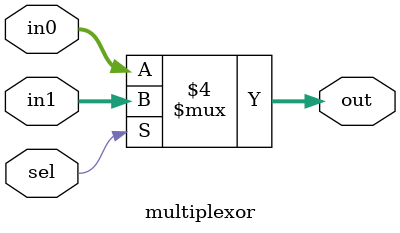
<source format=v>
module multiplexor(
    input [4:0]in0,
    input [4:0]in1,
    input sel,
    output reg [4:0]out
);
    
    always @(in0, in1,sel, out) begin
        if(sel == 1)
            out = in1;
        else
            out = in0; 
    end
endmodule
</source>
